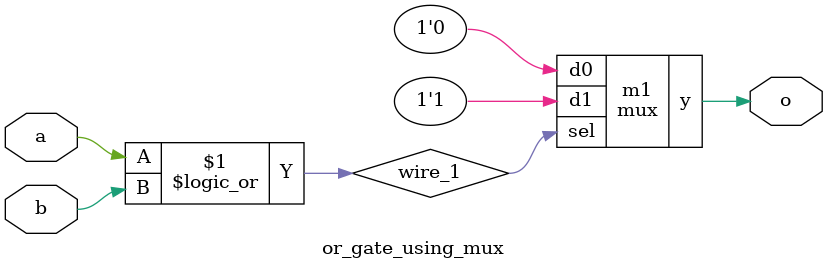
<source format=sv>

module mux
(
  input  d0, d1,
  input  sel,
  output y
);

  assign y = sel ? d1 : d0;

endmodule

//----------------------------------------------------------------------------
// Task
//----------------------------------------------------------------------------

module or_gate_using_mux
(
    input  a,
    input  b,
    output o
);

  // Task:

  // Implement or gate using instance(s) of mux,
  // constants 0 and 1, and wire connections
  logic wire_1;
  assign wire_1 = a || b;
  mux m1 (.d0(0),.d1(1),.sel(wire_1),.y(o));

endmodule

</source>
